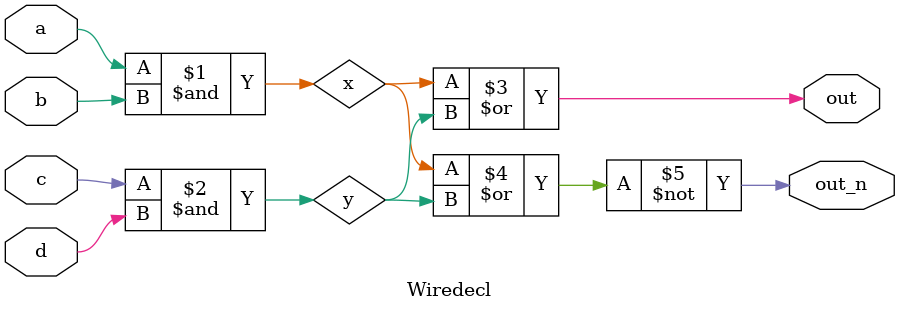
<source format=v>
module Wiredecl (
    input  a,
    input  b,
    input  c,
    input  d,


    output out,
    output out_n
);

  wire x;
  wire y;
  assign x = a & b;
  assign y = c & d;
  assign out = x | y;
  assign out_n = ~(x | y);


//out = (a & b) | (c & d) ;
//out_n = ~((a & b) | (c & d));
endmodule

</source>
